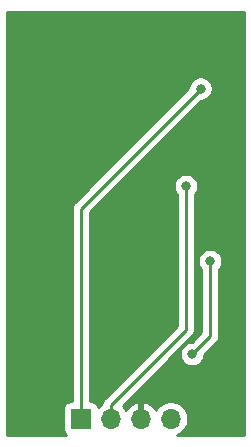
<source format=gbl>
%TF.GenerationSoftware,KiCad,Pcbnew,(5.1.7)-1*%
%TF.CreationDate,2020-10-20T01:21:36+09:00*%
%TF.ProjectId,UARTtoBluetoothSerial,55415254-746f-4426-9c75-65746f6f7468,rev?*%
%TF.SameCoordinates,Original*%
%TF.FileFunction,Copper,L2,Bot*%
%TF.FilePolarity,Positive*%
%FSLAX46Y46*%
G04 Gerber Fmt 4.6, Leading zero omitted, Abs format (unit mm)*
G04 Created by KiCad (PCBNEW (5.1.7)-1) date 2020-10-20 01:21:36*
%MOMM*%
%LPD*%
G01*
G04 APERTURE LIST*
%TA.AperFunction,ComponentPad*%
%ADD10O,1.700000X1.700000*%
%TD*%
%TA.AperFunction,ComponentPad*%
%ADD11R,1.700000X1.700000*%
%TD*%
%TA.AperFunction,ViaPad*%
%ADD12C,0.800000*%
%TD*%
%TA.AperFunction,Conductor*%
%ADD13C,0.250000*%
%TD*%
%TA.AperFunction,Conductor*%
%ADD14C,0.254000*%
%TD*%
%TA.AperFunction,Conductor*%
%ADD15C,0.100000*%
%TD*%
G04 APERTURE END LIST*
D10*
%TO.P,J1,4*%
%TO.N,+5V*%
X119380000Y-100330000D03*
%TO.P,J1,3*%
%TO.N,GND*%
X116840000Y-100330000D03*
%TO.P,J1,2*%
%TO.N,TXD*%
X114300000Y-100330000D03*
D11*
%TO.P,J1,1*%
%TO.N,RXD*%
X111760000Y-100330000D03*
%TD*%
D12*
%TO.N,BOOT*%
X122728700Y-86989700D03*
X121183700Y-94864700D03*
%TO.N,TXD*%
X120656500Y-80644600D03*
%TO.N,RXD*%
X121920000Y-72390000D03*
%TD*%
D13*
%TO.N,BOOT*%
X122728700Y-86989700D02*
X122728700Y-93319700D01*
X122728700Y-93319700D02*
X121183700Y-94864700D01*
%TO.N,TXD*%
X120656500Y-80644600D02*
X120656500Y-92798200D01*
X120656500Y-92798200D02*
X114300000Y-99154700D01*
X114300000Y-100330000D02*
X114300000Y-99154700D01*
%TO.N,RXD*%
X111760000Y-100330000D02*
X111760000Y-82550000D01*
X111760000Y-82550000D02*
X121920000Y-72390000D01*
X121920000Y-72390000D02*
X121920000Y-72390000D01*
%TD*%
D14*
%TO.N,GND*%
X125578000Y-101702000D02*
X119948190Y-101702000D01*
X120083411Y-101645990D01*
X120326632Y-101483475D01*
X120533475Y-101276632D01*
X120695990Y-101033411D01*
X120807932Y-100763158D01*
X120865000Y-100476260D01*
X120865000Y-100183740D01*
X120807932Y-99896842D01*
X120695990Y-99626589D01*
X120533475Y-99383368D01*
X120326632Y-99176525D01*
X120083411Y-99014010D01*
X119813158Y-98902068D01*
X119526260Y-98845000D01*
X119233740Y-98845000D01*
X118946842Y-98902068D01*
X118676589Y-99014010D01*
X118433368Y-99176525D01*
X118226525Y-99383368D01*
X118104805Y-99565534D01*
X118035178Y-99448645D01*
X117840269Y-99232412D01*
X117606920Y-99058359D01*
X117344099Y-98933175D01*
X117196890Y-98888524D01*
X116967000Y-99009845D01*
X116967000Y-100203000D01*
X116987000Y-100203000D01*
X116987000Y-100457000D01*
X116967000Y-100457000D01*
X116967000Y-100477000D01*
X116713000Y-100477000D01*
X116713000Y-100457000D01*
X116693000Y-100457000D01*
X116693000Y-100203000D01*
X116713000Y-100203000D01*
X116713000Y-99009845D01*
X116483110Y-98888524D01*
X116335901Y-98933175D01*
X116073080Y-99058359D01*
X115839731Y-99232412D01*
X115644822Y-99448645D01*
X115575195Y-99565534D01*
X115453475Y-99383368D01*
X115299804Y-99229697D01*
X119766740Y-94762761D01*
X120148700Y-94762761D01*
X120148700Y-94966639D01*
X120188474Y-95166598D01*
X120266495Y-95354956D01*
X120379763Y-95524474D01*
X120523926Y-95668637D01*
X120693444Y-95781905D01*
X120881802Y-95859926D01*
X121081761Y-95899700D01*
X121285639Y-95899700D01*
X121485598Y-95859926D01*
X121673956Y-95781905D01*
X121843474Y-95668637D01*
X121987637Y-95524474D01*
X122100905Y-95354956D01*
X122178926Y-95166598D01*
X122218700Y-94966639D01*
X122218700Y-94904501D01*
X123239703Y-93883499D01*
X123268701Y-93859701D01*
X123295032Y-93827617D01*
X123363674Y-93743977D01*
X123434246Y-93611947D01*
X123449434Y-93561877D01*
X123477703Y-93468686D01*
X123488700Y-93357033D01*
X123488700Y-93357023D01*
X123492376Y-93319700D01*
X123488700Y-93282377D01*
X123488700Y-87693411D01*
X123532637Y-87649474D01*
X123645905Y-87479956D01*
X123723926Y-87291598D01*
X123763700Y-87091639D01*
X123763700Y-86887761D01*
X123723926Y-86687802D01*
X123645905Y-86499444D01*
X123532637Y-86329926D01*
X123388474Y-86185763D01*
X123218956Y-86072495D01*
X123030598Y-85994474D01*
X122830639Y-85954700D01*
X122626761Y-85954700D01*
X122426802Y-85994474D01*
X122238444Y-86072495D01*
X122068926Y-86185763D01*
X121924763Y-86329926D01*
X121811495Y-86499444D01*
X121733474Y-86687802D01*
X121693700Y-86887761D01*
X121693700Y-87091639D01*
X121733474Y-87291598D01*
X121811495Y-87479956D01*
X121924763Y-87649474D01*
X121968700Y-87693411D01*
X121968701Y-93004897D01*
X121143899Y-93829700D01*
X121081761Y-93829700D01*
X120881802Y-93869474D01*
X120693444Y-93947495D01*
X120523926Y-94060763D01*
X120379763Y-94204926D01*
X120266495Y-94374444D01*
X120188474Y-94562802D01*
X120148700Y-94762761D01*
X119766740Y-94762761D01*
X121167503Y-93361999D01*
X121196501Y-93338201D01*
X121291474Y-93222476D01*
X121362046Y-93090447D01*
X121405503Y-92947186D01*
X121416500Y-92835533D01*
X121420177Y-92798200D01*
X121416500Y-92760867D01*
X121416500Y-81348311D01*
X121460437Y-81304374D01*
X121573705Y-81134856D01*
X121651726Y-80946498D01*
X121691500Y-80746539D01*
X121691500Y-80542661D01*
X121651726Y-80342702D01*
X121573705Y-80154344D01*
X121460437Y-79984826D01*
X121316274Y-79840663D01*
X121146756Y-79727395D01*
X120958398Y-79649374D01*
X120758439Y-79609600D01*
X120554561Y-79609600D01*
X120354602Y-79649374D01*
X120166244Y-79727395D01*
X119996726Y-79840663D01*
X119852563Y-79984826D01*
X119739295Y-80154344D01*
X119661274Y-80342702D01*
X119621500Y-80542661D01*
X119621500Y-80746539D01*
X119661274Y-80946498D01*
X119739295Y-81134856D01*
X119852563Y-81304374D01*
X119896500Y-81348311D01*
X119896501Y-92483397D01*
X113788998Y-98590901D01*
X113760000Y-98614699D01*
X113736202Y-98643697D01*
X113736201Y-98643698D01*
X113665026Y-98730424D01*
X113594454Y-98862454D01*
X113550998Y-99005715D01*
X113546912Y-99047203D01*
X113353368Y-99176525D01*
X113221513Y-99308380D01*
X113199502Y-99235820D01*
X113140537Y-99125506D01*
X113061185Y-99028815D01*
X112964494Y-98949463D01*
X112854180Y-98890498D01*
X112734482Y-98854188D01*
X112610000Y-98841928D01*
X112520000Y-98841928D01*
X112520000Y-82864801D01*
X121959802Y-73425000D01*
X122021939Y-73425000D01*
X122221898Y-73385226D01*
X122410256Y-73307205D01*
X122579774Y-73193937D01*
X122723937Y-73049774D01*
X122837205Y-72880256D01*
X122915226Y-72691898D01*
X122955000Y-72491939D01*
X122955000Y-72288061D01*
X122915226Y-72088102D01*
X122837205Y-71899744D01*
X122723937Y-71730226D01*
X122579774Y-71586063D01*
X122410256Y-71472795D01*
X122221898Y-71394774D01*
X122021939Y-71355000D01*
X121818061Y-71355000D01*
X121618102Y-71394774D01*
X121429744Y-71472795D01*
X121260226Y-71586063D01*
X121116063Y-71730226D01*
X121002795Y-71899744D01*
X120924774Y-72088102D01*
X120885000Y-72288061D01*
X120885000Y-72350198D01*
X111248998Y-81986201D01*
X111220000Y-82009999D01*
X111196202Y-82038997D01*
X111196201Y-82038998D01*
X111125026Y-82125724D01*
X111054454Y-82257754D01*
X111010998Y-82401015D01*
X110996324Y-82550000D01*
X111000001Y-82587333D01*
X111000000Y-98841928D01*
X110910000Y-98841928D01*
X110785518Y-98854188D01*
X110665820Y-98890498D01*
X110555506Y-98949463D01*
X110458815Y-99028815D01*
X110379463Y-99125506D01*
X110320498Y-99235820D01*
X110284188Y-99355518D01*
X110271928Y-99480000D01*
X110271928Y-101180000D01*
X110284188Y-101304482D01*
X110320498Y-101424180D01*
X110379463Y-101534494D01*
X110458815Y-101631185D01*
X110545104Y-101702000D01*
X105562000Y-101702000D01*
X105562000Y-65913000D01*
X125578001Y-65913000D01*
X125578000Y-101702000D01*
%TA.AperFunction,Conductor*%
D15*
G36*
X125578000Y-101702000D02*
G01*
X119948190Y-101702000D01*
X120083411Y-101645990D01*
X120326632Y-101483475D01*
X120533475Y-101276632D01*
X120695990Y-101033411D01*
X120807932Y-100763158D01*
X120865000Y-100476260D01*
X120865000Y-100183740D01*
X120807932Y-99896842D01*
X120695990Y-99626589D01*
X120533475Y-99383368D01*
X120326632Y-99176525D01*
X120083411Y-99014010D01*
X119813158Y-98902068D01*
X119526260Y-98845000D01*
X119233740Y-98845000D01*
X118946842Y-98902068D01*
X118676589Y-99014010D01*
X118433368Y-99176525D01*
X118226525Y-99383368D01*
X118104805Y-99565534D01*
X118035178Y-99448645D01*
X117840269Y-99232412D01*
X117606920Y-99058359D01*
X117344099Y-98933175D01*
X117196890Y-98888524D01*
X116967000Y-99009845D01*
X116967000Y-100203000D01*
X116987000Y-100203000D01*
X116987000Y-100457000D01*
X116967000Y-100457000D01*
X116967000Y-100477000D01*
X116713000Y-100477000D01*
X116713000Y-100457000D01*
X116693000Y-100457000D01*
X116693000Y-100203000D01*
X116713000Y-100203000D01*
X116713000Y-99009845D01*
X116483110Y-98888524D01*
X116335901Y-98933175D01*
X116073080Y-99058359D01*
X115839731Y-99232412D01*
X115644822Y-99448645D01*
X115575195Y-99565534D01*
X115453475Y-99383368D01*
X115299804Y-99229697D01*
X119766740Y-94762761D01*
X120148700Y-94762761D01*
X120148700Y-94966639D01*
X120188474Y-95166598D01*
X120266495Y-95354956D01*
X120379763Y-95524474D01*
X120523926Y-95668637D01*
X120693444Y-95781905D01*
X120881802Y-95859926D01*
X121081761Y-95899700D01*
X121285639Y-95899700D01*
X121485598Y-95859926D01*
X121673956Y-95781905D01*
X121843474Y-95668637D01*
X121987637Y-95524474D01*
X122100905Y-95354956D01*
X122178926Y-95166598D01*
X122218700Y-94966639D01*
X122218700Y-94904501D01*
X123239703Y-93883499D01*
X123268701Y-93859701D01*
X123295032Y-93827617D01*
X123363674Y-93743977D01*
X123434246Y-93611947D01*
X123449434Y-93561877D01*
X123477703Y-93468686D01*
X123488700Y-93357033D01*
X123488700Y-93357023D01*
X123492376Y-93319700D01*
X123488700Y-93282377D01*
X123488700Y-87693411D01*
X123532637Y-87649474D01*
X123645905Y-87479956D01*
X123723926Y-87291598D01*
X123763700Y-87091639D01*
X123763700Y-86887761D01*
X123723926Y-86687802D01*
X123645905Y-86499444D01*
X123532637Y-86329926D01*
X123388474Y-86185763D01*
X123218956Y-86072495D01*
X123030598Y-85994474D01*
X122830639Y-85954700D01*
X122626761Y-85954700D01*
X122426802Y-85994474D01*
X122238444Y-86072495D01*
X122068926Y-86185763D01*
X121924763Y-86329926D01*
X121811495Y-86499444D01*
X121733474Y-86687802D01*
X121693700Y-86887761D01*
X121693700Y-87091639D01*
X121733474Y-87291598D01*
X121811495Y-87479956D01*
X121924763Y-87649474D01*
X121968700Y-87693411D01*
X121968701Y-93004897D01*
X121143899Y-93829700D01*
X121081761Y-93829700D01*
X120881802Y-93869474D01*
X120693444Y-93947495D01*
X120523926Y-94060763D01*
X120379763Y-94204926D01*
X120266495Y-94374444D01*
X120188474Y-94562802D01*
X120148700Y-94762761D01*
X119766740Y-94762761D01*
X121167503Y-93361999D01*
X121196501Y-93338201D01*
X121291474Y-93222476D01*
X121362046Y-93090447D01*
X121405503Y-92947186D01*
X121416500Y-92835533D01*
X121420177Y-92798200D01*
X121416500Y-92760867D01*
X121416500Y-81348311D01*
X121460437Y-81304374D01*
X121573705Y-81134856D01*
X121651726Y-80946498D01*
X121691500Y-80746539D01*
X121691500Y-80542661D01*
X121651726Y-80342702D01*
X121573705Y-80154344D01*
X121460437Y-79984826D01*
X121316274Y-79840663D01*
X121146756Y-79727395D01*
X120958398Y-79649374D01*
X120758439Y-79609600D01*
X120554561Y-79609600D01*
X120354602Y-79649374D01*
X120166244Y-79727395D01*
X119996726Y-79840663D01*
X119852563Y-79984826D01*
X119739295Y-80154344D01*
X119661274Y-80342702D01*
X119621500Y-80542661D01*
X119621500Y-80746539D01*
X119661274Y-80946498D01*
X119739295Y-81134856D01*
X119852563Y-81304374D01*
X119896500Y-81348311D01*
X119896501Y-92483397D01*
X113788998Y-98590901D01*
X113760000Y-98614699D01*
X113736202Y-98643697D01*
X113736201Y-98643698D01*
X113665026Y-98730424D01*
X113594454Y-98862454D01*
X113550998Y-99005715D01*
X113546912Y-99047203D01*
X113353368Y-99176525D01*
X113221513Y-99308380D01*
X113199502Y-99235820D01*
X113140537Y-99125506D01*
X113061185Y-99028815D01*
X112964494Y-98949463D01*
X112854180Y-98890498D01*
X112734482Y-98854188D01*
X112610000Y-98841928D01*
X112520000Y-98841928D01*
X112520000Y-82864801D01*
X121959802Y-73425000D01*
X122021939Y-73425000D01*
X122221898Y-73385226D01*
X122410256Y-73307205D01*
X122579774Y-73193937D01*
X122723937Y-73049774D01*
X122837205Y-72880256D01*
X122915226Y-72691898D01*
X122955000Y-72491939D01*
X122955000Y-72288061D01*
X122915226Y-72088102D01*
X122837205Y-71899744D01*
X122723937Y-71730226D01*
X122579774Y-71586063D01*
X122410256Y-71472795D01*
X122221898Y-71394774D01*
X122021939Y-71355000D01*
X121818061Y-71355000D01*
X121618102Y-71394774D01*
X121429744Y-71472795D01*
X121260226Y-71586063D01*
X121116063Y-71730226D01*
X121002795Y-71899744D01*
X120924774Y-72088102D01*
X120885000Y-72288061D01*
X120885000Y-72350198D01*
X111248998Y-81986201D01*
X111220000Y-82009999D01*
X111196202Y-82038997D01*
X111196201Y-82038998D01*
X111125026Y-82125724D01*
X111054454Y-82257754D01*
X111010998Y-82401015D01*
X110996324Y-82550000D01*
X111000001Y-82587333D01*
X111000000Y-98841928D01*
X110910000Y-98841928D01*
X110785518Y-98854188D01*
X110665820Y-98890498D01*
X110555506Y-98949463D01*
X110458815Y-99028815D01*
X110379463Y-99125506D01*
X110320498Y-99235820D01*
X110284188Y-99355518D01*
X110271928Y-99480000D01*
X110271928Y-101180000D01*
X110284188Y-101304482D01*
X110320498Y-101424180D01*
X110379463Y-101534494D01*
X110458815Y-101631185D01*
X110545104Y-101702000D01*
X105562000Y-101702000D01*
X105562000Y-65913000D01*
X125578001Y-65913000D01*
X125578000Y-101702000D01*
G37*
%TD.AperFunction*%
%TD*%
M02*

</source>
